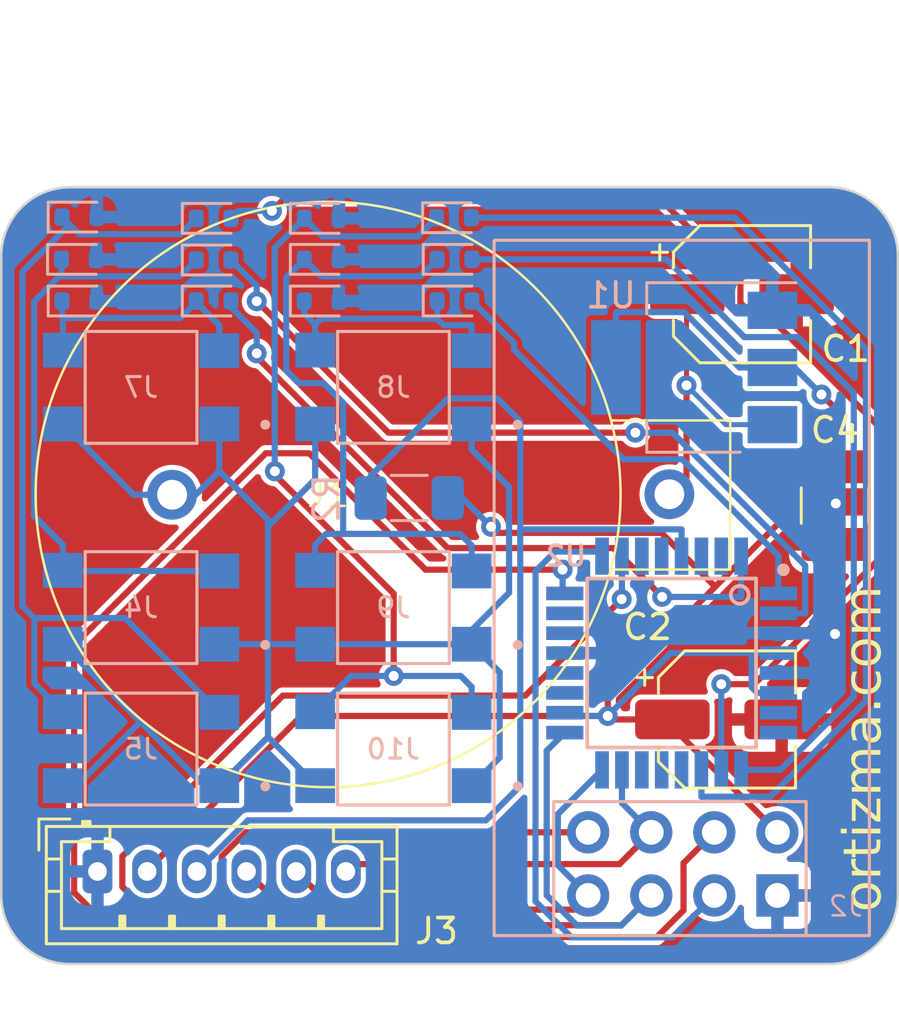
<source format=kicad_pcb>
(kicad_pcb (version 20221018) (generator pcbnew)
  (title_block (title "GarageRemote Lite") (date "2023-09-04") (rev "1.1.0") (company "ortizma.com") (comment 1 "Compact, low power garage remote based on the CC1101 transceiver"))
  (layers (0 "F.Cu" signal) (31 "B.Cu" signal) (34 "B.Paste" user) (35 "F.Paste" user) (36 "B.SilkS" user "B.Silkscreen") (37 "F.SilkS" user "F.Silkscreen") (38 "B.Mask" user) (39 "F.Mask" user) (44 "Edge.Cuts" user))
  (net 0 "")
  (net 1 "GND")
  (net 2 "+3.3V")
  (net 3 "MOSI")
  (net 4 "MISO")
  (net 5 "SCK")
  (net 6 "RESET")
  (net 7 "VBAT+")
  (net 8 "Net-(D1-K)")
  (net 9 "Net-(D3-K)")
  (net 10 "Net-(D5-K)")
  (net 11 "Net-(D7-K)")
  (net 12 "Net-(D10-K)")
  (net 13 "Net-(D11-K)")
  (net 14 "RF_DATA0")
  (net 15 "CSN_CC1101")
  (net 16 "RF_DATA2")
  (net 17 "VBAT-")
  (net 23 "B22")
  (net 24 "B11")
  (net 25 "B21")
  (net 26 "B31")
  (net 27 "B12")
  (net 28 "B32")
  (footprint "Capacitor_SMD:CP_Elec_5x5.9" (layer "F.Cu") (at 162.625 73.75)
    (fp_text reference "C1" (at 4.175 2.2 unlocked) (layer "F.SilkS"))
    (fp_text value "10uF" hide)
    (pad "1" smd roundrect (at -2.2 0) (size 3 1.6) (layers "F.Cu" "F.Paste" "F.Mask") (roundrect_rratio 0.15625) (net 7 "VBAT+"))
    (pad "2" smd roundrect (at 2.2 0) (size 3 1.6) (layers "F.Cu" "F.Paste" "F.Mask") (roundrect_rratio 0.15625) (net 1 "GND"))
  )
  (footprint "Capacitor_SMD:CP_Elec_5x5.9" (layer "F.Cu") (at 162.02 90.86)
    (fp_text reference "C2" (at -3.2 -3.72 unlocked) (layer "F.SilkS"))
    (fp_text value "10uF" hide)
    (pad "1" smd roundrect (at -2.2 0) (size 3 1.6) (layers "F.Cu" "F.Paste" "F.Mask") (roundrect_rratio 0.15625) (net 2 "+3.3V"))
    (pad "2" smd roundrect (at 2.2 0) (size 3 1.6) (layers "F.Cu" "F.Paste" "F.Mask") (roundrect_rratio 0.15625) (net 1 "GND"))
  )
  (footprint "AA_Footprints:BS-2032-3" (layer "F.Cu") (at 148.48 81.81)
    (fp_text reference "J1" (at -2.52 0 unlocked) (layer "F.SilkS") (effects (font (thickness 0.1))))
    (fp_text value "Battery" hide)
    (pad "1" thru_hole circle (at 11.22 -0.01) (size 2 2) (drill 1.2) (layers "*.Cu" "*.Mask") (net 7 "VBAT+"))
    (pad "2" thru_hole circle (at -8.8 0.01) (size 2 2) (drill 1.2) (layers "*.Cu" "*.Mask") (net 17 "VBAT-"))
  )
  (footprint "Capacitor_SMD:C_1210_3225Metric_Pad1.33x2.70mm_HandSolder" (layer "F.Cu") (at 166.37 82.2575 90)
    (fp_text reference "C4" (at 3.0375 0 unlocked) (layer "F.SilkS"))
    (fp_text value "100nF" hide)
    (pad "1" smd roundrect (at -1.5625 0 90) (size 1.325 2.7) (layers "F.Cu" "F.Paste" "F.Mask") (roundrect_rratio 0.1886792453) (net 1 "GND"))
    (pad "2" smd roundrect (at 1.5625 0 90) (size 1.325 2.7) (layers "F.Cu" "F.Paste" "F.Mask") (roundrect_rratio 0.1886792453) (net 2 "+3.3V"))
  )
  (footprint "Connector_JST:JST_PH_B6B-PH-K_1x06_P2.00mm_Vertical" (layer "F.Cu") (at 136.675 96.975)
    (fp_text reference "J3" (at 13.65 2.4 unlocked) (layer "F.SilkS"))
    (fp_text value "ICSP")
    (pad "1" thru_hole roundrect (at 0 0) (size 1.2 1.75) (drill 0.75) (layers "*.Cu" "*.Mask") (roundrect_rratio 0.2083333333) (net 1 "GND"))
    (pad "2" thru_hole oval (at 2 0) (size 1.2 1.75) (drill 0.75) (layers "*.Cu" "*.Mask") (net 2 "+3.3V"))
    (pad "3" thru_hole oval (at 4 0) (size 1.2 1.75) (drill 0.75) (layers "*.Cu" "*.Mask") (net 6 "RESET"))
    (pad "4" thru_hole oval (at 6 0) (size 1.2 1.75) (drill 0.75) (layers "*.Cu" "*.Mask") (net 5 "SCK"))
    (pad "5" thru_hole oval (at 8 0) (size 1.2 1.75) (drill 0.75) (layers "*.Cu" "*.Mask") (net 4 "MISO"))
    (pad "6" thru_hole oval (at 10 0) (size 1.2 1.75) (drill 0.75) (layers "*.Cu" "*.Mask") (net 3 "MOSI"))
  )
  (footprint "AA_Footprints:4.5mm switch" (layer "B.Cu") (at 138.43 86.36 180)
    (fp_text reference "J4" (at 0 0 unlocked) (layer "B.SilkS") (effects (font (size 0.8 0.8) (thickness 0.125)) (justify mirror)))
    (fp_text value "Button21" hide)
    (pad "1" smd rect (at -3.1496 1.4732 180) (size 1.6 1.4) (layers "B.Cu" "B.Paste" "B.Mask") (net 10 "Net-(D5-K)"))
    (pad "1" smd rect (at 3.1496 1.5 180) (size 1.6 1.4) (layers "B.Cu" "B.Paste" "B.Mask") (net 10 "Net-(D5-K)"))
    (pad "2" smd rect (at -3.1496 -1.4732 180) (size 1.6 1.4) (layers "B.Cu" "B.Paste" "B.Mask") (net 17 "VBAT-"))
    (pad "2" smd rect (at 3.1496 -1.4732 180) (size 1.6 1.4) (layers "B.Cu" "B.Paste" "B.Mask") (net 17 "VBAT-"))
  )
  (footprint "Diode_SMD:D_SOD-523" (layer "B.Cu") (at 135.95 70.65)
    (fp_text reference "D10" hide)
    (fp_text value "1N5819" hide)
    (pad "1" smd roundrect (at -0.7 0 180) (size 0.6 0.7) (layers "B.Cu" "B.Paste" "B.Mask") (net 12 "Net-(D10-K)"))
    (pad "2" smd roundrect (at 0.7 0 180) (size 0.6 0.7) (layers "B.Cu" "B.Paste" "B.Mask") (net 1 "GND"))
  )
  (footprint "Diode_SMD:D_SOD-523" (layer "B.Cu") (at 151.05 74.025)
    (fp_text reference "D3" hide)
    (fp_text value "1N4007" hide)
    (pad "1" smd roundrect (at -0.7 0 180) (size 0.6 0.7) (layers "B.Cu" "B.Paste" "B.Mask") (net 9 "Net-(D3-K)"))
    (pad "2" smd roundrect (at 0.7 0 180) (size 0.6 0.7) (layers "B.Cu" "B.Paste" "B.Mask") (net 27 "B12"))
  )
  (footprint "Diode_SMD:D_SOD-523" (layer "B.Cu") (at 141.35 74.025)
    (fp_text reference "D1" hide)
    (fp_text value "1N4007" hide)
    (pad "1" smd roundrect (at -0.7 0 180) (size 0.6 0.7) (layers "B.Cu" "B.Paste" "B.Mask") (net 8 "Net-(D1-K)"))
    (pad "2" smd roundrect (at 0.7 0 180) (size 0.6 0.7) (layers "B.Cu" "B.Paste" "B.Mask") (net 24 "B11"))
  )
  (footprint "Diode_SMD:D_SOD-523" (layer "B.Cu") (at 151.05 72.35)
    (fp_text reference "D7" hide)
    (fp_text value "1N4007" hide)
    (pad "1" smd roundrect (at -0.7 0 180) (size 0.6 0.7) (layers "B.Cu" "B.Paste" "B.Mask") (net 11 "Net-(D7-K)"))
    (pad "2" smd roundrect (at 0.7 0 180) (size 0.6 0.7) (layers "B.Cu" "B.Paste" "B.Mask") (net 23 "B22"))
  )
  (footprint "AA_Footprints:PE07-M1101D-SMA" (layer "B.Cu") (at 160.23 88.71 90)
    (fp_text reference "J2" (at -9.665 6.57 unlocked) (layer "B.SilkS") (effects (font (size 0.8 0.8) (thickness 0.1)) (justify mirror)))
    (fp_text value "CC1101 Module" hide)
    (pad "1" thru_hole rect (at -9.23 3.82 90) (size 1.7 1.7) (drill 1) (layers "*.Cu" "*.Mask") (net 1 "GND"))
    (pad "2" thru_hole oval (at -6.69 3.82 90) (size 1.7 1.7) (drill 1) (layers "*.Cu" "*.Mask") (net 2 "+3.3V"))
    (pad "3" thru_hole oval (at -9.23 1.28 90) (size 1.7 1.7) (drill 1) (layers "*.Cu" "*.Mask") (net 14 "RF_DATA0"))
    (pad "4" thru_hole oval (at -6.69 1.28 90) (size 1.7 1.7) (drill 1) (layers "*.Cu" "*.Mask") (net 15 "CSN_CC1101"))
    (pad "5" thru_hole oval (at -9.23 -1.26 90) (size 1.7 1.7) (drill 1) (layers "*.Cu" "*.Mask") (net 5 "SCK"))
    (pad "6" thru_hole oval (at -6.69 -1.26 90) (size 1.7 1.7) (drill 1) (layers "*.Cu" "*.Mask") (net 3 "MOSI"))
    (pad "7" thru_hole oval (at -9.23 -3.8 90) (size 1.7 1.7) (drill 1) (layers "*.Cu" "*.Mask") (net 4 "MISO"))
    (pad "8" thru_hole oval (at -6.69 -3.8 90) (size 1.7 1.7) (drill 1) (layers "*.Cu" "*.Mask") (net 16 "RF_DATA2"))
  )
  (footprint "Diode_SMD:D_SOD-523" (layer "B.Cu") (at 141.35 70.7)
    (fp_text reference "D9" hide)
    (fp_text value "1N4007" hide)
    (pad "1" smd roundrect (at -0.7 0 180) (size 0.6 0.7) (layers "B.Cu" "B.Paste" "B.Mask") (net 12 "Net-(D10-K)"))
    (pad "2" smd roundrect (at 0.7 0 180) (size 0.6 0.7) (layers "B.Cu" "B.Paste" "B.Mask") (net 26 "B31"))
  )
  (footprint "AA_Footprints:4.5mm switch" (layer "B.Cu") (at 138.43 92.05 180)
    (fp_text reference "J5" (at 0.005 0 unlocked) (layer "B.SilkS") (effects (font (size 0.8 0.8) (thickness 0.125)) (justify mirror)))
    (fp_text value "Button31" hide)
    (pad "1" smd rect (at -3.1496 1.4732 180) (size 1.6 1.4) (layers "B.Cu" "B.Paste" "B.Mask") (net 12 "Net-(D10-K)"))
    (pad "1" smd rect (at 3.1496 1.5 180) (size 1.6 1.4) (layers "B.Cu" "B.Paste" "B.Mask") (net 12 "Net-(D10-K)"))
    (pad "2" smd rect (at -3.1496 -1.4732 180) (size 1.6 1.4) (layers "B.Cu" "B.Paste" "B.Mask") (net 17 "VBAT-"))
    (pad "2" smd rect (at 3.1496 -1.4732 180) (size 1.6 1.4) (layers "B.Cu" "B.Paste" "B.Mask") (net 17 "VBAT-"))
  )
  (footprint "Diode_SMD:D_SOD-523" (layer "B.Cu") (at 141.35 72.375)
    (fp_text reference "D5" hide)
    (fp_text value "1N4007" hide)
    (pad "1" smd roundrect (at -0.7 0 180) (size 0.6 0.7) (layers "B.Cu" "B.Paste" "B.Mask") (net 10 "Net-(D5-K)"))
    (pad "2" smd roundrect (at 0.7 0 180) (size 0.6 0.7) (layers "B.Cu" "B.Paste" "B.Mask") (net 25 "B21"))
  )
  (footprint "AA_Footprints:4.5mm switch" (layer "B.Cu") (at 148.59 77.5 180)
    (fp_text reference "J8" (at 0 0 unlocked) (layer "B.SilkS") (effects (font (size 0.8 0.8) (thickness 0.125)) (justify mirror)))
    (fp_text value "Button12" hide)
    (pad "1" smd rect (at -3.1496 1.4732 180) (size 1.6 1.4) (layers "B.Cu" "B.Paste" "B.Mask") (net 9 "Net-(D3-K)"))
    (pad "1" smd rect (at 3.1496 1.5 180) (size 1.6 1.4) (layers "B.Cu" "B.Paste" "B.Mask") (net 9 "Net-(D3-K)"))
    (pad "2" smd rect (at -3.1496 -1.4732 180) (size 1.6 1.4) (layers "B.Cu" "B.Paste" "B.Mask") (net 17 "VBAT-"))
    (pad "2" smd rect (at 3.1496 -1.4732 180) (size 1.6 1.4) (layers "B.Cu" "B.Paste" "B.Mask") (net 17 "VBAT-"))
  )
  (footprint "AA_Footprints:4.5mm switch" (layer "B.Cu") (at 138.43 77.5 180)
    (fp_text reference "J7" (at 0 0 unlocked) (layer "B.SilkS") (effects (font (size 0.8 0.8) (thickness 0.125)) (justify mirror)))
    (fp_text value "Button11" hide)
    (pad "1" smd rect (at -3.1496 1.4732 180) (size 1.6 1.4) (layers "B.Cu" "B.Paste" "B.Mask") (net 8 "Net-(D1-K)"))
    (pad "1" smd rect (at 3.1496 1.5 180) (size 1.6 1.4) (layers "B.Cu" "B.Paste" "B.Mask") (net 8 "Net-(D1-K)"))
    (pad "2" smd rect (at -3.1496 -1.4732 180) (size 1.6 1.4) (layers "B.Cu" "B.Paste" "B.Mask") (net 17 "VBAT-"))
    (pad "2" smd rect (at 3.1496 -1.4732 180) (size 1.6 1.4) (layers "B.Cu" "B.Paste" "B.Mask") (net 17 "VBAT-"))
  )
  (footprint "Diode_SMD:D_SOD-523" (layer "B.Cu") (at 135.95 74.025)
    (fp_text reference "D2" hide)
    (fp_text value "1N5819" hide)
    (pad "1" smd roundrect (at -0.7 0 180) (size 0.6 0.7) (layers "B.Cu" "B.Paste" "B.Mask") (net 8 "Net-(D1-K)"))
    (pad "2" smd roundrect (at 0.7 0 180) (size 0.6 0.7) (layers "B.Cu" "B.Paste" "B.Mask") (net 1 "GND"))
  )
  (footprint "Package_TO_SOT_SMD:SOT-223-3_TabPin2" (layer "B.Cu") (at 160.7 76.7 180)
    (fp_text reference "U1" (at 3.35 2.9 unlocked) (layer "B.SilkS") (effects (justify mirror)))
    (fp_text value "AMS1117-3.3" hide)
    (pad "1" smd rect (at -3.15 2.3 180) (size 2 1.5) (layers "B.Cu" "B.Paste" "B.Mask") (net 1 "GND"))
    (pad "2" smd rect (at -3.15 0 180) (size 2 1.5) (layers "B.Cu" "B.Paste" "B.Mask") (net 2 "+3.3V"))
    (pad "2" smd rect (at 3.15 0 180) (size 2 3.8) (layers "B.Cu" "B.Paste" "B.Mask") (net 2 "+3.3V"))
    (pad "3" smd rect (at -3.15 -2.3 180) (size 2 1.5) (layers "B.Cu" "B.Paste" "B.Mask") (net 7 "VBAT+"))
  )
  (footprint "Diode_SMD:D_SOD-523" (layer "B.Cu") (at 135.925 72.35)
    (fp_text reference "D6" hide)
    (fp_text value "1N5819" hide)
    (pad "1" smd roundrect (at -0.7 0 180) (size 0.6 0.7) (layers "B.Cu" "B.Paste" "B.Mask") (net 10 "Net-(D5-K)"))
    (pad "2" smd roundrect (at 0.7 0 180) (size 0.6 0.7) (layers "B.Cu" "B.Paste" "B.Mask") (net 1 "GND"))
  )
  (footprint "Diode_SMD:D_SOD-523" (layer "B.Cu") (at 145.7 74.025)
    (fp_text reference "D4" hide)
    (fp_text value "1N5819" hide)
    (pad "1" smd roundrect (at -0.7 0 180) (size 0.6 0.7) (layers "B.Cu" "B.Paste" "B.Mask") (net 9 "Net-(D3-K)"))
    (pad "2" smd roundrect (at 0.7 0 180) (size 0.6 0.7) (layers "B.Cu" "B.Paste" "B.Mask") (net 1 "GND"))
  )
  (footprint "AA_Footprints:4.5mm switch" (layer "B.Cu") (at 148.59 92.05 180)
    (fp_text reference "J10" (at 0 0 unlocked) (layer "B.SilkS") (effects (font (size 0.8 0.8) (thickness 0.125)) (justify mirror)))
    (fp_text value "Button32" hide)
    (pad "1" smd rect (at -3.1496 1.4732 180) (size 1.6 1.4) (layers "B.Cu" "B.Paste" "B.Mask") (net 13 "Net-(D11-K)"))
    (pad "1" smd rect (at 3.1496 1.5 180) (size 1.6 1.4) (layers "B.Cu" "B.Paste" "B.Mask") (net 13 "Net-(D11-K)"))
    (pad "2" smd rect (at -3.1496 -1.4732 180) (size 1.6 1.4) (layers "B.Cu" "B.Paste" "B.Mask") (net 17 "VBAT-"))
    (pad "2" smd rect (at 3.1496 -1.4732 180) (size 1.6 1.4) (layers "B.Cu" "B.Paste" "B.Mask") (net 17 "VBAT-"))
  )
  (footprint "AA_Footprints:Atmega328p-TQFP" (layer "B.Cu") (at 159.79 88.59 180)
    (fp_text reference "U2" (at 4.25 4.3 unlocked) (layer "B.SilkS") (effects (font (size 0.8 0.8)) (justify mirror)))
    (fp_text value "ATmega328P-A")
    (pad "1" smd rect (at -4.3 2.8 180) (size 1.5 0.55) (layers "B.Cu" "B.Paste" "B.Mask") (net 27 "B12"))
    (pad "2" smd rect (at -4.3 2 180) (size 1.5 0.55) (layers "B.Cu" "B.Paste" "B.Mask") (net 25 "B21"))
    (pad "3" smd rect (at -4.3 1.2 180) (size 1.5 0.55) (layers "B.Cu" "B.Paste" "B.Mask") (net 1 "GND"))
    (pad "4" smd rect (at -4.3 0.4 180) (size 1.5 0.55) (layers "B.Cu" "B.Paste" "B.Mask") (net 2 "+3.3V"))
    (pad "5" smd rect (at -4.3 -0.4 180) (size 1.5 0.55) (layers "B.Cu" "B.Paste" "B.Mask") (net 1 "GND"))
    (pad "6" smd rect (at -4.3 -1.2 180) (size 1.5 0.55) (layers "B.Cu" "B.Paste" "B.Mask") (net 2 "+3.3V"))
    (pad "7" smd rect (at -4.3 -2 180) (size 1.5 0.55) (layers "B.Cu" "B.Paste" "B.Mask"))
    (pad "8" smd rect (at -4.3 -2.8 180) (size 1.5 0.55) (layers "B.Cu" "B.Paste" "B.Mask"))
    (pad "9" smd rect (at -2.8 -4.3 180) (size 0.55 1.5) (layers "B.Cu" "B.Paste" "B.Mask") (net 23 "B22"))
    (pad "10" smd rect (at -2 -4.3 180) (size 0.55 1.5) (layers "B.Cu" "B.Paste" "B.Mask") (net 26 "B31"))
    (pad "11" smd rect (at -1.2 -4.3 180) (size 0.55 1.5) (layers "B.Cu" "B.Paste" "B.Mask") (net 28 "B32"))
    (pad "12" smd rect (at -0.4 -4.3 180) (size 0.55 1.5) (layers "B.Cu" "B.Paste" "B.Mask"))
    (pad "13" smd rect (at 0.4 -4.3 180) (size 0.55 1.5) (layers "B.Cu" "B.Paste" "B.Mask"))
    (pad "14" smd rect (at 1.2 -4.3 180) (size 0.55 1.5) (layers "B.Cu" "B.Paste" "B.Mask"))
    (pad "15" smd rect (at 2 -4.3 180) (size 0.55 1.5) (layers "B.Cu" "B.Paste" "B.Mask") (net 3 "MOSI"))
    (pad "16" smd rect (at 2.8 -4.3 180) (size 0.55 1.5) (layers "B.Cu" "B.Paste" "B.Mask") (net 4 "MISO"))
    (pad "17" smd rect (at 4.3 -2.8 180) (size 1.5 0.55) (layers "B.Cu" "B.Paste" "B.Mask") (net 5 "SCK"))
    (pad "18" smd rect (at 4.3 -2 180) (size 1.5 0.55) (layers "B.Cu" "B.Paste" "B.Mask") (net 2 "+3.3V"))
    (pad "19" smd rect (at 4.3 -1.2 180) (size 1.5 0.55) (layers "B.Cu" "B.Paste" "B.Mask"))
    (pad "20" smd rect (at 4.3 -0.4 180) (size 1.5 0.55) (layers "B.Cu" "B.Paste" "B.Mask"))
    (pad "21" smd rect (at 4.3 0.4 180) (size 1.5 0.55) (layers "B.Cu" "B.Paste" "B.Mask") (net 1 "GND"))
    (pad "22" smd rect (at 4.3 1.2 180) (size 1.5 0.55) (layers "B.Cu" "B.Paste" "B.Mask"))
    (pad "23" smd rect (at 4.3 2 180) (size 1.5 0.55) (layers "B.Cu" "B.Paste" "B.Mask"))
    (pad "24" smd rect (at 4.3 2.8 180) (size 1.5 0.55) (layers "B.Cu" "B.Paste" "B.Mask") (net 15 "CSN_CC1101"))
    (pad "25" smd rect (at 2.8 4.3 180) (size 0.55 1.5) (layers "B.Cu" "B.Paste" "B.Mask") (net 14 "RF_DATA0"))
    (pad "26" smd rect (at 2 4.3 180) (size 0.55 1.5) (layers "B.Cu" "B.Paste" "B.Mask") (net 16 "RF_DATA2"))
    (pad "27" smd rect (at 1.2 4.3 180) (size 0.55 1.5) (layers "B.Cu" "B.Paste" "B.Mask"))
    (pad "28" smd rect (at 0.4 4.3 180) (size 0.55 1.5) (layers "B.Cu" "B.Paste" "B.Mask"))
    (pad "29" smd rect (at -0.4 4.3 180) (size 0.55 1.5) (layers "B.Cu" "B.Paste" "B.Mask") (net 6 "RESET"))
    (pad "30" smd rect (at -1.2 4.3 180) (size 0.55 1.5) (layers "B.Cu" "B.Paste" "B.Mask"))
    (pad "31" smd rect (at -2 4.3 180) (size 0.55 1.5) (layers "B.Cu" "B.Paste" "B.Mask"))
    (pad "32" smd rect (at -2.8 4.3 180) (size 0.55 1.5) (layers "B.Cu" "B.Paste" "B.Mask") (net 24 "B11"))
  )
  (footprint "Diode_SMD:D_SOD-523" (layer "B.Cu") (at 145.7 70.7)
    (fp_text reference "D12" hide)
    (fp_text value "1N5819" hide)
    (pad "1" smd roundrect (at -0.7 0 180) (size 0.6 0.7) (layers "B.Cu" "B.Paste" "B.Mask") (net 13 "Net-(D11-K)"))
    (pad "2" smd roundrect (at 0.7 0 180) (size 0.6 0.7) (layers "B.Cu" "B.Paste" "B.Mask") (net 1 "GND"))
  )
  (footprint "Diode_SMD:D_SOD-523" (layer "B.Cu") (at 151.025 70.675)
    (fp_text reference "D11" hide)
    (fp_text value "1N4007" hide)
    (pad "1" smd roundrect (at -0.7 0 180) (size 0.6 0.7) (layers "B.Cu" "B.Paste" "B.Mask") (net 13 "Net-(D11-K)"))
    (pad "2" smd roundrect (at 0.7 0 180) (size 0.6 0.7) (layers "B.Cu" "B.Paste" "B.Mask") (net 28 "B32"))
  )
  (footprint "AA_Footprints:4.5mm switch" (layer "B.Cu") (at 148.59 86.36 180)
    (fp_text reference "J9" (at 0 0 unlocked) (layer "B.SilkS") (effects (font (size 0.8 0.8) (thickness 0.125)) (justify mirror)))
    (fp_text value "Button22" hide)
    (pad "1" smd rect (at -3.1496 1.4732 180) (size 1.6 1.4) (layers "B.Cu" "B.Paste" "B.Mask") (net 11 "Net-(D7-K)"))
    (pad "1" smd rect (at 3.1496 1.5 180) (size 1.6 1.4) (layers "B.Cu" "B.Paste" "B.Mask") (net 11 "Net-(D7-K)"))
    (pad "2" smd rect (at -3.1496 -1.4732 180) (size 1.6 1.4) (layers "B.Cu" "B.Paste" "B.Mask") (net 17 "VBAT-"))
    (pad "2" smd rect (at 3.1496 -1.4732 180) (size 1.6 1.4) (layers "B.Cu" "B.Paste" "B.Mask") (net 17 "VBAT-"))
  )
  (footprint "Resistor_SMD:R_1206_3216Metric_Pad1.30x1.75mm_HandSolder" (layer "B.Cu") (at 149.225 81.95 180)
    (fp_text reference "R2" (at 3.325 -0.025 90 unlocked) (layer "B.SilkS") (effects (justify mirror)))
    (fp_text value "10K" hide)
    (pad "1" smd roundrect (at -1.55 0 180) (size 1.3 1.75) (layers "B.Cu" "B.Paste" "B.Mask") (roundrect_rratio 0.1923076923) (net 2 "+3.3V"))
    (pad "2" smd roundrect (at 1.55 0 180) (size 1.3 1.75) (layers "B.Cu" "B.Paste" "B.Mask") (roundrect_rratio 0.1923076923) (net 6 "RESET"))
  )
  (footprint "Diode_SMD:D_SOD-523" (layer "B.Cu") (at 145.7 72.35)
    (fp_text reference "D8" hide)
    (fp_text value "1N5819" hide)
    (pad "1" smd roundrect (at -0.7 0 180) (size 0.6 0.7) (layers "B.Cu" "B.Paste" "B.Mask") (net 11 "Net-(D7-K)"))
    (pad "2" smd roundrect (at 0.7 0 180) (size 0.6 0.7) (layers "B.Cu" "B.Paste" "B.Mask") (net 1 "GND"))
  )
  (gr_arc (start 168.9 97.925) (mid 168.087221 99.887221) (end 166.125 100.7) (stroke (width 0.1)) (layer "Edge.Cuts"))
  (gr_arc (start 132.8 72.225) (mid 133.612779 70.262779) (end 135.575 69.45) (stroke (width 0.1)) (layer "Edge.Cuts"))
  (gr_arc (start 135.575 100.7) (mid 133.612779 99.887221) (end 132.8 97.925) (stroke (width 0.1)) (layer "Edge.Cuts"))
  (gr_line (start 132.8 97.925) (end 132.8 72.225) (stroke (width 0.1)) (layer "Edge.Cuts"))
  (gr_line (start 168.9 72.225) (end 168.9 97.925) (stroke (width 0.1)) (layer "Edge.Cuts"))
  (gr_line (start 135.575 69.45) (end 166.125 69.45) (stroke (width 0.1)) (layer "Edge.Cuts"))
  (gr_line (start 166.125 100.7) (end 135.575 100.7) (stroke (width 0.1)) (layer "Edge.Cuts"))
  (gr_arc (start 166.125 69.45) (mid 168.087221 70.262779) (end 168.9 72.225) (stroke (width 0.1)) (layer "Edge.Cuts"))
  (gr_text "ortizma.com" (at 168.45 98.61 90) (layer "F.SilkS") (effects (font (size 1.5 1.5) (thickness 0.1)) (justify left bottom)))
  (via (at 166.37 87.42) (size 0.8) (drill 0.4) (layers "F.Cu" "B.Cu") (net 1))
  (via (at 166.4003 82.17) (size 0.8) (drill 0.4) (layers "F.Cu" "B.Cu") (net 1))
  (segment (start 157.22 90.72) (end 157.22 89.845) (width 0.25) (layer "F.Cu") (net 2))
  (segment (start 159.82 90.86) (end 159.0669 90.86) (width 0.25) (layer "F.Cu") (net 2))
  (segment (start 159.3798 83.3542) (end 152.7656 83.3542) (width 0.25) (layer "F.Cu") (net 2))
  (segment (start 166.37 78.333698) (end 166.37 80.695) (width 0.25) (layer "F.Cu") (net 2))
  (segment (start 157.22 90.72) (end 157.36 90.86) (width 0.25) (layer "F.Cu") (net 2))
  (segment (start 157.22 89.845) (end 161.5453 85.5197) (width 0.25) (layer "F.Cu") (net 2))
  (segment (start 152.7656 83.3542) (end 152.5194 83.108) (width 0.25) (layer "F.Cu") (net 2))
  (segment (start 157.36 90.86) (end 159.0669 90.86) (width 0.25) (layer "F.Cu") (net 2))
  (segment (start 157.22 90.72) (end 144.88 90.72) (width 0.25) (layer "F.Cu") (net 2))
  (segment (start 138.675 96.925) (end 138.675 96.975) (width 0.25) (layer "F.Cu") (net 2))
  (segment (start 161.5453 85.5197) (end 159.3798 83.3542) (width 0.25) (layer "F.Cu") (net 2))
  (segment (start 144.88 90.72) (end 138.675 96.925) (width 0.25) (layer "F.Cu") (net 2))
  (segment (start 161.5453 85.5197) (end 166.37 80.695) (width 0.25) (layer "F.Cu") (net 2))
  (segment (start 159.0669 90.86) (end 159.51 90.86) (width 0.25) (layer "F.Cu") (net 2))
  (segment (start 159.51 90.86) (end 164.05 95.4) (width 0.25) (layer "F.Cu") (net 2))
  (segment (start 165.823151 77.786849) (end 166.37 78.333698) (width 0.25) (layer "F.Cu") (net 2))
  (via (at 152.5194 83.108) (size 0.8) (drill 0.4) (layers "F.Cu" "B.Cu") (net 2))
  (via (at 165.823151 77.786849) (size 0.8) (drill 0.4) (layers "F.Cu" "B.Cu") (net 2))
  (via (at 157.22 90.72) (size 0.8) (drill 0.4) (layers "F.Cu" "B.Cu") (net 2))
  (segment (start 163.09 88.19) (end 163.01 88.27) (width 0.25) (layer "B.Cu") (net 2))
  (segment (start 164.09 88.19) (end 163.09 88.19) (width 0.25) (layer "B.Cu") (net 2))
  (segment (start 163.85 76.7) (end 162.5231 76.7) (width 0.25) (layer "B.Cu") (net 2))
  (segment (start 151.3614 81.95) (end 152.5194 83.108) (width 0.25) (layer "B.Cu") (net 2))
  (segment (start 150.775 81.95) (end 151.3614 81.95) (width 0.25) (layer "B.Cu") (net 2))
  (segment (start 163.24 89.79) (end 164.09 89.79) (width 0.25) (layer "B.Cu") (net 2))
  (segment (start 157.55 74.4731) (end 160.2962 74.4731) (width 0.25) (layer "B.Cu") (net 2))
  (segment (start 157.22 90.72) (end 155.62 90.72) (width 0.25) (layer "B.Cu") (net 2))
  (segment (start 164.736302 76.7) (end 163.85 76.7) (width 0.25) (layer "B.Cu") (net 2))
  (segment (start 160.2962 74.4731) (end 162.5231 76.7) (width 0.25) (layer "B.Cu") (net 2))
  (segment (start 163.01 88.27) (end 163.01 89.56) (width 0.25) (layer "B.Cu") (net 2))
  (segment (start 157.22 90.72) (end 159.75 88.19) (width 0.25) (layer "B.Cu") (net 2))
  (segment (start 155.62 90.72) (end 155.49 90.59) (width 0.25) (layer "B.Cu") (net 2))
  (segment (start 163.01 89.56) (end 163.24 89.79) (width 0.25) (layer "B.Cu") (net 2))
  (segment (start 165.823151 77.786849) (end 164.736302 76.7) (width 0.25) (layer "B.Cu") (net 2))
  (segment (start 159.75 88.19) (end 163.09 88.19) (width 0.25) (layer "B.Cu") (net 2))
  (segment (start 163.09 88.19) (end 164.09 88.19) (width 0.25) (layer "B.Cu") (net 2))
  (segment (start 157.55 76.7) (end 157.55 74.4731) (width 0.25) (layer "B.Cu") (net 2))
  (segment (start 146.97 96.68) (end 146.675 96.975) (width 0.25) (layer "F.Cu") (net 3))
  (segment (start 158.97 95.4) (end 157.69 96.68) (width 0.25) (layer "F.Cu") (net 3))
  (segment (start 157.69 96.68) (end 146.97 96.68) (width 0.25) (layer "F.Cu") (net 3))
  (segment (start 157.79 94.22) (end 158.97 95.4) (width 0.25) (layer "B.Cu") (net 3))
  (segment (start 157.79 92.89) (end 157.79 94.22) (width 0.25) (layer "B.Cu") (net 3))
  (segment (start 155.86 98.51) (end 146.21 98.51) (width 0.25) (layer "F.Cu") (net 4))
  (segment (start 146.21 98.51) (end 144.675 96.975) (width 0.25) (layer "F.Cu") (net 4))
  (segment (start 156.43 97.94) (end 155.86 98.51) (width 0.25) (layer "F.Cu") (net 4))
  (segment (start 155.21 96.72) (end 156.43 97.94) (width 0.25) (layer "B.Cu") (net 4))
  (segment (start 155.21 94.67) (end 155.21 96.72) (width 0.25) (layer "B.Cu") (net 4))
  (segment (start 156.99 92.89) (end 155.21 94.67) (width 0.25) (layer "B.Cu") (net 4))
  (segment (start 144.8381 99.1381) (end 142.675 96.975) (width 0.25) (layer "F.Cu") (net 5))
  (segment (start 157.7719 99.1381) (end 144.8381 99.1381) (width 0.25) (layer "F.Cu") (net 5))
  (segment (start 158.97 97.94) (end 157.7719 99.1381) (width 0.25) (layer "F.Cu") (net 5))
  (segment (start 158.97 97.94) (end 157.7585 99.1515) (width 0.25) (layer "B.Cu") (net 5))
  (segment (start 154.76 92.12) (end 155.49 91.39) (width 0.25) (layer "B.Cu") (net 5))
  (segment (start 154.76 97.931701) (end 154.76 92.12) (width 0.25) (layer "B.Cu") (net 5))
  (segment (start 155.979799 99.1515) (end 154.76 97.931701) (width 0.25) (layer "B.Cu") (net 5))
  (segment (start 157.7585 99.1515) (end 155.979799 99.1515) (width 0.25) (layer "B.Cu") (net 5))
  (segment (start 150.7849 77.9463) (end 147.675 81.0562) (width 0.25) (layer "B.Cu") (net 6))
  (segment (start 160.19 83.2131) (end 153.6982 83.2131) (width 0.25) (layer "B.Cu") (net 6))
  (segment (start 142.73 94.92) (end 152.3102 94.92) (width 0.25) (layer "B.Cu") (net 6))
  (segment (start 160.19 84.29) (end 160.19 83.2131) (width 0.25) (layer "B.Cu") (net 6))
  (segment (start 152.7815 77.9463) (end 150.7849 77.9463) (width 0.25) (layer "B.Cu") (net 6))
  (segment (start 140.675 96.975) (end 142.73 94.92) (width 0.25) (layer "B.Cu") (net 6))
  (segment (start 153.6982 78.863) (end 152.7815 77.9463) (width 0.25) (layer "B.Cu") (net 6))
  (segment (start 147.675 81.0562) (end 147.675 81.95) (width 0.25) (layer "B.Cu") (net 6))
  (segment (start 152.3102 94.92) (end 153.6982 93.532) (width 0.25) (layer "B.Cu") (net 6))
  (segment (start 153.6982 93.532) (end 153.6982 83.2131) (width 0.25) (layer "B.Cu") (net 6))
  (segment (start 153.6982 83.2131) (end 153.6982 78.863) (width 0.25) (layer "B.Cu") (net 6))
  (segment (start 160.39 77.42) (end 160.39 73.785) (width 0.2) (layer "F.Cu") (net 7))
  (segment (start 160.39 81.11) (end 160.39 77.42) (width 0.25) (layer "F.Cu") (net 7))
  (segment (start 160.39 73.785) (end 160.425 73.75) (width 0.2) (layer "F.Cu") (net 7))
  (segment (start 159.7 81.8) (end 160.39 81.11) (width 0.25) (layer "F.Cu") (net 7))
  (via (at 160.39 77.42) (size 0.8) (drill 0.4) (layers "F.Cu" "B.Cu") (net 7))
  (segment (start 161.97 79) (end 160.39 77.42) (width 0.2) (layer "B.Cu") (net 7))
  (segment (start 163.85 79) (end 161.97 79) (width 0.2) (layer "B.Cu") (net 7))
  (segment (start 135.25 74.025) (end 135.25 74.6788) (width 0.25) (layer "B.Cu") (net 8))
  (segment (start 140.65 74.0703) (end 141.5796 74.9999) (width 0.25) (layer "B.Cu") (net 8))
  (segment (start 141.5796 76.0268) (end 141.5796 74.9999) (width 0.25) (layer "B.Cu") (net 8))
  (segment (start 140.0111 74.7092) (end 140.65 74.0703) (width 0.25) (layer "B.Cu") (net 8))
  (segment (start 135.2804 76) (end 135.2804 74.9731) (width 0.25) (layer "B.Cu") (net 8))
  (segment (start 135.2804 74.7092) (end 135.2804 74.9731) (width 0.25) (layer "B.Cu") (net 8))
  (segment (start 140.65 74.025) (end 140.65 74.0703) (width 0.25) (layer "B.Cu") (net 8))
  (segment (start 135.25 74.6788) (end 135.2804 74.7092) (width 0.25) (layer "B.Cu") (net 8))
  (segment (start 135.2804 74.7092) (end 140.0111 74.7092) (width 0.25) (layer "B.Cu") (net 8))
  (segment (start 145 74.5327) (end 145.4404 74.9731) (width 0.25) (layer "B.Cu") (net 9))
  (segment (start 145.6757 74.7378) (end 145.4404 74.9731) (width 0.25) (layer "B.Cu") (net 9))
  (segment (start 145.4404 76) (end 145.4404 74.9731) (width 0.25) (layer "B.Cu") (net 9))
  (segment (start 150.35 74.7378) (end 145.6757 74.7378) (width 0.25) (layer "B.Cu") (net 9))
  (segment (start 151.7396 76.0268) (end 151.7396 74.9999) (width 0.25) (layer "B.Cu") (net 9))
  (segment (start 150.6121 74.9999) (end 150.35 74.7378) (width 0.25) (layer "B.Cu") (net 9))
  (segment (start 150.35 74.025) (end 150.35 74.7378) (width 0.25) (layer "B.Cu") (net 9))
  (segment (start 151.7396 74.9999) (end 150.6121 74.9999) (width 0.25) (layer "B.Cu") (net 9))
  (segment (start 145 74.025) (end 145 74.5327) (width 0.25) (layer "B.Cu") (net 9))
  (segment (start 139.9923 73.0327) (end 140.65 72.375) (width 0.25) (layer "B.Cu") (net 10))
  (segment (start 135.2804 83.8331) (end 134.1222 82.6749) (width 0.25) (layer "B.Cu") (net 10))
  (segment (start 135.3072 84.8868) (end 135.2804 84.86) (width 0.25) (layer "B.Cu") (net 10))
  (segment (start 135.225 73.0327) (end 135.225 72.35) (width 0.25) (layer "B.Cu") (net 10))
  (segment (start 134.1222 82.6749) (end 134.1222 74.0503) (width 0.25) (layer "B.Cu") (net 10))
  (segment (start 135.225 73.0327) (end 139.9923 73.0327) (width 0.25) (layer "B.Cu") (net 10))
  (segment (start 134.1222 74.0503) (end 135.1397 73.0328) (width 0.25) (layer "B.Cu") (net 10))
  (segment (start 135.225 73.0328) (end 135.225 73.0327) (width 0.25) (layer "B.Cu") (net 10))
  (segment (start 141.5796 84.8868) (end 135.3072 84.8868) (width 0.25) (layer "B.Cu") (net 10))
  (segment (start 135.2804 84.86) (end 135.2804 83.8331) (width 0.25) (layer "B.Cu") (net 10))
  (segment (start 135.1397 73.0328) (end 135.225 73.0328) (width 0.25) (layer "B.Cu") (net 10))
  (segment (start 146.5673 83.395) (end 151.2747 83.395) (width 0.25) (layer "B.Cu") (net 11))
  (segment (start 144.275 76.819) (end 144.786 77.33) (width 0.25) (layer "B.Cu") (net 11))
  (segment (start 145.8785 83.395) (end 146.5673 83.395) (width 0.25) (layer "B.Cu") (net 11))
  (segment (start 151.2747 83.395) (end 151.7396 83.8599) (width 0.25) (layer "B.Cu") (net 11))
  (segment (start 144.786 77.33) (end 145.77 77.33) (width 0.25) (layer "B.Cu") (net 11))
  (segment (start 144.275 73.075) (end 144.275 76.819) (width 0.25) (layer "B.Cu") (net 11))
  (segment (start 145.4404 83.8331) (end 145.8785 83.395) (width 0.25) (layer "B.Cu") (net 11))
  (segment (start 145.77 77.33) (end 146.5673 78.1273) (width 0.25) (layer "B.Cu") (net 11))
  (segment (start 149.6695 73.0305) (end 145.6805 73.0305) (width 0.25) (layer "B.Cu") (net 11))
  (segment (start 145.4404 84.86) (end 145.4404 83.8331) (width 0.25) (layer "B.Cu") (net 11))
  (segment (start 150.35 72.35) (end 149.6695 73.0305) (width 0.25) (layer "B.Cu") (net 11))
  (segment (start 145.6805 73.0305) (end 145 72.35) (width 0.25) (layer "B.Cu") (net 11))
  (segment (start 145 72.35) (end 144.275 73.075) (width 0.25) (layer "B.Cu") (net 11))
  (segment (start 146.5673 78.1273) (end 146.5673 83.395) (width 0.25) (layer "B.Cu") (net 11))
  (segment (start 151.7396 84.8868) (end 151.7396 83.8599) (width 0.25) (layer "B.Cu") (net 11))
  (segment (start 133.6595 86.3077) (end 134.133 86.7812) (width 0.25) (layer "B.Cu") (net 12))
  (segment (start 137.784 86.7812) (end 134.133 86.7812) (width 0.25) (layer "B.Cu") (net 12))
  (segment (start 141.5796 90.5768) (end 137.784 86.7812) (width 0.25) (layer "B.Cu") (net 12))
  (segment (start 135.9374 71.3374) (end 135.5482 70.9482) (width 0.25) (layer "B.Cu") (net 12))
  (segment (start 140.65 70.7) (end 140.0126 71.3374) (width 0.25) (layer "B.Cu") (net 12))
  (segment (start 135.2804 90.55) (end 134.133 89.4026) (width 0.25) (layer "B.Cu") (net 12))
  (segment (start 140.0126 71.3374) (end 135.9374 71.3374) (width 0.25) (layer "B.Cu") (net 12))
  (segment (start 135.5482 70.9482) (end 133.6595 72.8369) (width 0.25) (layer "B.Cu") (net 12))
  (segment (start 134.133 89.4026) (end 134.133 86.7812) (width 0.25) (layer "B.Cu") (net 12))
  (segment (start 133.6595 72.8369) (end 133.6595 86.3077) (width 0.25) (layer "B.Cu") (net 12))
  (segment (start 135.5482 70.9482) (end 135.25 70.65) (width 0.25) (layer "B.Cu") (net 12))
  (segment (start 148.6 89.11) (end 148.6 85.8) (width 0.25) (layer "F.Cu") (net 13))
  (segment (start 148.6 85.8) (end 143.815751 81.015751) (width 0.25) (layer "F.Cu") (net 13))
  (segment (start 143.815751 81.015751) (end 143.815751 80.875751) (width 0.25) (layer "F.Cu") (net 13))
  (via (at 143.815751 80.875751) (size 0.8) (drill 0.4) (layers "F.Cu" "B.Cu") (net 13))
  (via (at 148.6 89.11) (size 0.8) (drill 0.4) (layers "F.Cu" "B.Cu") (net 13))
  (segment (start 146.8804 89.11) (end 145.4404 90.55) (width 0.25) (layer "B.Cu") (net 13))
  (segment (start 149.5781 71.4219) (end 150.325 70.675) (width 0.25) (layer "B.Cu") (net 13))
  (segment (start 151.2997 89.11) (end 151.7396 89.5499) (width 0.25) (layer "B.Cu") (net 13))
  (segment (start 148.6 89.11) (end 151.2997 89.11) (width 0.25) (layer "B.Cu") (net 13))
  (segment (start 143.815751 80.875751) (end 143.81 80.87) (width 0.25) (layer "B.Cu") (net 13))
  (segment (start 145 70.7) (end 145.7219 71.4219) (width 0.25) (layer "B.Cu") (net 13))
  (segment (start 143.81 71.89) (end 145 70.7) (width 0.25) (layer "B.Cu") (net 13))
  (segment (start 143.81 80.87) (end 143.81 71.89) (width 0.25) (layer "B.Cu") (net 13))
  (segment (start 145.7219 71.4219) (end 149.5781 71.4219) (width 0.25) (layer "B.Cu") (net 13))
  (segment (start 148.6 89.11) (end 146.8804 89.11) (width 0.25) (layer "B.Cu") (net 13))
  (segment (start 151.7396 89.5499) (end 151.7396 90.5768) (width 0.25) (layer "B.Cu") (net 13))
  (segment (start 156.8064 84.1064) (end 156.99 84.29) (width 0.25) (layer "B.Cu") (net 14))
  (segment (start 161.51 97.94) (end 159.8242 99.6258) (width 0.25) (layer "B.Cu") (net 14))
  (segment (start 155.1007 84.1064) (end 156.8064 84.1064) (width 0.25) (layer "B.Cu") (net 14))
  (segment (start 159.8242 99.6258) (end 155.7575 99.6258) (width 0.25) (layer "B.Cu") (net 14))
  (segment (start 155.7575 99.6258) (end 154.31 98.1783) (width 0.25) (layer "B.Cu") (net 14))
  (segment (start 154.31 84.8971) (end 155.1007 84.1064) (width 0.25) (layer "B.Cu") (net 14))
  (segment (start 154.31 98.1783) (end 154.31 84.8971) (width 0.25) (layer "B.Cu") (net 14))
  (segment (start 155.4017 84.8333) (end 149.8833 84.8333) (width 0.25) (layer "F.Cu") (net 15))
  (segment (start 160.27 98.54) (end 160.27 96.64) (width 0.25) (layer "F.Cu") (net 15))
  (segment (start 137.524527 99.6127) (end 159.1973 99.6127) (width 0.25) (layer "F.Cu") (net 15))
  (segment (start 149.8833 84.8333) (end 145.200751 80.150751) (width 0.25) (layer "F.Cu") (net 15))
  (segment (start 135.7358 87.8665) (end 135.7358 97.823973) (width 0.25) (layer "F.Cu") (net 15))
  (segment (start 160.27 96.64) (end 161.51 95.4) (width 0.25) (layer "F.Cu") (net 15))
  (segment (start 135.7358 97.823973) (end 137.524527 99.6127) (width 0.25) (layer "F.Cu") (net 15))
  (segment (start 145.200751 80.150751) (end 143.451549 80.150751) (width 0.25) (layer "F.Cu") (net 15))
  (segment (start 143.451549 80.150751) (end 135.7358 87.8665) (width 0.25) (layer "F.Cu") (net 15))
  (segment (start 159.1973 99.6127) (end 160.27 98.54) (width 0.25) (layer "F.Cu") (net 15))
  (via (at 155.4017 84.8333) (size 0.8) (drill 0.4) (layers "F.Cu" "B.Cu") (net 15))
  (segment (start 155.4017 85.7017) (end 155.4017 84.8333) (width 0.25) (layer "B.Cu") (net 15))
  (segment (start 155.49 85.79) (end 155.4017 85.7017) (width 0.25) (layer "B.Cu") (net 15))
  (segment (start 141.675 97.6282) (end 141.675 96.3611) (width 0.25) (layer "F.Cu") (net 16))
  (segment (start 137.6755 97.5915) (end 138.3083 98.2243) (width 0.25) (layer "F.Cu") (net 16))
  (segment (start 157.78 86.02) (end 153.9005 89.8995) (width 0.25) (layer "F.Cu") (net 16))
  (segment (start 141.0789 98.2243) (end 141.675 97.6282) (width 0.25) (layer "F.Cu") (net 16))
  (segment (start 141.675 96.3611) (end 142.6361 95.4) (width 0.25) (layer "F.Cu") (net 16))
  (segment (start 153.9005 89.8995) (end 144.1402 89.8995) (width 0.25) (layer "F.Cu") (net 16))
  (segment (start 137.6755 96.3642) (end 137.6755 97.5915) (width 0.25) (layer "F.Cu") (net 16))
  (segment (start 144.1402 89.8995) (end 137.6755 96.3642) (width 0.25) (layer "F.Cu") (net 16))
  (segment (start 138.3083 98.2243) (end 141.0789 98.2243) (width 0.25) (layer "F.Cu") (net 16))
  (segment (start 142.6361 95.4) (end 156.43 95.4) (width 0.25) (layer "F.Cu") (net 16))
  (via (at 157.78 86.02) (size 0.8) (drill 0.4) (layers "F.Cu" "B.Cu") (net 16))
  (segment (start 157.78 86.02) (end 157.79 86.01) (width 0.25) (layer "B.Cu") (net 16))
  (segment (start 157.79 86.01) (end 157.79 84.29) (width 0.25) (layer "B.Cu") (net 16))
  (segment (start 138.40295 90.95575) (end 135.8355 93.5232) (width 0.25) (layer "B.Cu") (net 17))
  (segment (start 143.54 83.0961) (end 143.54 90.7243) (width 0.25) (layer "B.Cu") (net 17))
  (segment (start 139.68 81.82) (end 140.63 81.82) (width 0.25) (layer "B.Cu") (net 17))
  (segment (start 143.54 82.8308) (end 141.5796 80.8704) (width 0.25) (layer "B.Cu") (net 17))
  (segment (start 140.9704 93.5232) (end 141.5796 93.5232) (width 0.25) (layer "B.Cu") (net 17))
  (segment (start 135.2804 87.8332) (end 138.40295 90.95575) (width 0.25) (layer "B.Cu") (net 17))
  (segment (start 152.8665 88.9601) (end 152.8665 92.3963) (width 0.25) (layer "B.Cu") (net 17))
  (segment (start 141.5796 80.8704) (end 141.5796 80.0001) (width 0.25) (layer "B.Cu") (net 17))
  (segment (start 151.7396 87.8332) (end 152.8665 88.9601) (width 0.25) (layer "B.Cu") (net 17))
  (segment (start 141.5796 78.9732) (end 141.5796 80.0001) (width 0.25) (layer "B.Cu") (net 17))
  (segment (start 143.54 83.0961) (end 143.54 82.8308) (width 0.25) (layer "B.Cu") (net 17))
  (segment (start 145.4404 93.4632) (end 145.4404 93.5232) (width 0.25) (layer "B.Cu") (net 17))
  (segment (start 153.2463 81.5068) (end 151.7396 80.0001) (width 0.25) (layer "B.Cu") (net 17))
  (segment (start 140.63 81.82) (end 141.5796 80.8704) (width 0.25) (layer "B.Cu") (net 17))
  (segment (start 143.54 83.0961) (end 144.04 82.5961) (width 0.25) (layer "B.Cu") (net 17))
  (segment (start 143.54 91.5628) (end 145.4404 93.4632) (width 0.25) (layer "B.Cu") (net 17))
  (segment (start 151.7396 78.9732) (end 151.7396 80.0001) (width 0.25) (layer "B.Cu") (net 17))
  (segment (start 153.2463 85.7631) (end 153.2463 81.5068) (width 0.25) (layer "B.Cu") (net 17))
  (segment (start 144.04 82.5961) (end 145.4404 81.1957) (width 0.25) (layer "B.Cu") (net 17))
  (segment (start 143.54 91.5628) (end 141.5796 93.5232) (width 0.25) (layer "B.Cu") (net 17))
  (segment (start 151.1762 87.8332) (end 153.2463 85.7631) (width 0.25) (layer "B.Cu") (net 17))
  (segment (start 143.54 90.7243) (end 143.54 91.5628) (width 0.25) (layer "B.Cu") (net 17))
  (segment (start 145.4404 87.8332) (end 141.5796 87.8332) (width 0.25) (layer "B.Cu") (net 17))
  (segment (start 151.1762 87.8332) (end 146.5673 87.8332) (width 0.25) (layer "B.Cu") (net 17))
  (segment (start 151.7396 87.8332) (end 151.1762 87.8332) (width 0.25) (layer "B.Cu") (net 17))
  (segment (start 138.1272 81.82) (end 139.68 81.82) (width 0.25) (layer "B.Cu") (net 17))
  (segment (start 138.40295 90.95575) (end 140.9704 93.5232) (width 0.25) (layer "B.Cu") (net 17))
  (segment (start 145.4404 87.8332) (end 146.5673 87.8332) (width 0.25) (layer "B.Cu") (net 17))
  (segment (start 135.2804 78.9732) (end 138.1272 81.82) (width 0.25) (layer "B.Cu") (net 17))
  (segment (start 135.8355 93.5232) (end 135.2804 93.5232) (width 0.25) (layer "B.Cu") (net 17))
  (segment (start 152.8665 92.3963) (end 151.7396 93.5232) (width 0.25) (layer "B.Cu") (net 17))
  (segment (start 145.4404 81.1957) (end 145.4404 78.9732) (width 0.25) (layer "B.Cu") (net 17))
  (segment (start 162.7146 75.4769) (end 164.884 75.4769) (width 0.25) (layer "B.Cu") (net 23))
  (segment (start 164.1687 92.89) (end 162.59 92.89) (width 0.25) (layer "B.Cu") (net 23))
  (segment (start 151.75 72.35) (end 159.5877 72.35) (width 0.25) (layer "B.Cu") (net 23))
  (segment (start 164.884 75.4769) (end 167.1248 77.7177) (width 0.25) (layer "B.Cu") (net 23))
  (segment (start 167.1248 89.9339) (end 164.1687 92.89) (width 0.25) (layer "B.Cu") (net 23))
  (segment (start 159.5877 72.35) (end 162.7146 75.4769) (width 0.25) (layer "B.Cu") (net 23))
  (segment (start 167.1248 77.7177) (end 167.1248 89.9339) (width 0.25) (layer "B.Cu") (net 23))
  (segment (start 143.0855 76.2724) (end 143.0855 76.13) (width 0.25) (layer "F.Cu") (net 24))
  (segment (start 157.4452 83.9652) (end 150.7783 83.9652) (width 0.25) (layer "F.Cu") (net 24))
  (segment (start 150.7783 83.9652) (end 143.0855 76.2724) (width 0.25) (layer "F.Cu") (net 24))
  (segment (start 159.41 85.93) (end 157.4452 83.9652) (width 0.25) (layer "F.Cu") (net 24))
  (via (at 159.41 85.93) (size 0.8) (drill 0.4) (layers "F.Cu" "B.Cu") (net 24))
  (via (at 143.0855 76.13) (size 0.8) (drill 0.4) (layers "F.Cu" "B.Cu") (net 24))
  (segment (start 143.0855 76.13) (end 143.0855 75.3055) (width 0.25) (layer "B.Cu") (net 24))
  (segment (start 162.59 85.93) (end 162.59 84.29) (width 0.25) (layer "B.Cu") (net 24))
  (segment (start 142.05 74.27) (end 142.05 74.025) (width 0.25) (layer "B.Cu") (net 24))
  (segment (start 143.0855 75.3055) (end 142.05 74.27) (width 0.25) (layer "B.Cu") (net 24))
  (segment (start 159.41 85.93) (end 162.59 85.93) (width 0.25) (layer "B.Cu") (net 24))
  (segment (start 143.0855 74.036434) (end 143.102134 74.036434) (width 0.25) (layer "F.Cu") (net 25))
  (segment (start 143.102134 74.036434) (end 148.3876 79.3219) (width 0.25) (layer "F.Cu") (net 25))
  (segment (start 148.3876 79.3219) (end 158.33 79.3219) (width 0.25) (layer "F.Cu") (net 25))
  (via (at 143.0855 74.036434) (size 0.8) (drill 0.4) (layers "F.Cu" "B.Cu") (net 25))
  (via (at 158.33 79.3219) (size 0.8) (drill 0.4) (layers "F.Cu" "B.Cu") (net 25))
  (segment (start 159.8248 79.3219) (end 158.33 79.3219) (width 0.25) (layer "B.Cu") (net 25))
  (segment (start 165.1669 86.59) (end 165.1669 84.664) (width 0.25) (layer "B.Cu") (net 25))
  (segment (start 143.0855 73.4105) (end 142.05 72.375) (width 0.25) (layer "B.Cu") (net 25))
  (segment (start 143.0855 74.036434) (end 143.0855 73.4105) (width 0.25) (layer "B.Cu") (net 25))
  (segment (start 164.09 86.59) (end 165.1669 86.59) (width 0.25) (layer "B.Cu") (net 25))
  (segment (start 165.1669 84.664) (end 159.8248 79.3219) (width 0.25) (layer "B.Cu") (net 25))
  (segment (start 168.0928 84.4591) (end 163.1119 89.44) (width 0.25) (layer "F.Cu") (net 26))
  (segment (start 163.1119 89.44) (end 161.79 89.44) (width 0.25) (layer "F.Cu") (net 26))
  (segment (start 162.56 74.098173) (end 163.336827 74.875) (width 0.25) (layer "F.Cu") (net 26))
  (segment (start 159.306 69.9) (end 162.56 73.154) (width 0.25) (layer "F.Cu") (net 26))
  (segment (start 144.2 69.9) (end 159.306 69.9) (width 0.25) (layer "F.Cu") (net 26))
  (segment (start 168.0928 79.0319) (end 168.0928 84.4591) (width 0.25) (layer "F.Cu") (net 26))
  (segment (start 143.7 70.4) (end 144.2 69.9) (width 0.25) (layer "F.Cu") (net 26))
  (segment (start 162.56 73.154) (end 162.56 74.098173) (width 0.25) (layer "F.Cu") (net 26))
  (segment (start 163.336827 74.875) (end 163.9359 74.875) (width 0.25) (layer "F.Cu") (net 26))
  (segment (start 163.9359 74.875) (end 168.0928 79.0319) (width 0.25) (layer "F.Cu") (net 26))
  (via (at 161.79 89.44) (size 0.8) (drill 0.4) (layers "F.Cu" "B.Cu") (net 26))
  (via (at 143.7 70.4) (size 0.8) (drill 0.4) (layers "F.Cu" "B.Cu") (net 26))
  (segment (start 142.35 70.4) (end 142.05 70.7) (width 0.25) (layer "B.Cu") (net 26))
  (segment (start 161.79 89.44) (end 161.79 92.89) (width 0.25) (layer "B.Cu") (net 26))
  (segment (start 143.7 70.4) (end 142.35 70.4) (width 0.25) (layer "B.Cu") (net 26))
  (segment (start 153.4469 75.7219) (end 151.75 74.025) (width 0.25) (layer "B.Cu") (net 27))
  (segment (start 153.4469 75.9854) (end 153.4469 75.7219) (width 0.25) (layer "B.Cu") (net 27))
  (segment (start 160.2115 80.3923) (end 157.8538 80.3923) (width 0.25) (layer "B.Cu") (net 27))
  (segment (start 157.8538 80.3923) (end 153.4469 75.9854) (width 0.25) (layer "B.Cu") (net 27))
  (segment (start 164.09 84.2708) (end 160.2115 80.3923) (width 0.25) (layer "B.Cu") (net 27))
  (segment (start 164.09 85.79) (end 164.09 84.2708) (width 0.25) (layer "B.Cu") (net 27))
  (segment (start 167.6143 90.1151) (end 167.6143 75.9507) (width 0.25) (layer "B.Cu") (net 28))
  (segment (start 163.7625 93.9669) (end 167.6143 90.1151) (width 0.25) (layer "B.Cu") (net 28))
  (segment (start 167.6143 75.9507) (end 162.3386 70.675) (width 0.25) (layer "B.Cu") (net 28))
  (segment (start 160.99 92.89) (end 160.99 93.9669) (width 0.25) (layer "B.Cu") (net 28))
  (segment (start 160.99 93.9669) (end 163.7625 93.9669) (width 0.25) (layer "B.Cu") (net 28))
  (segment (start 162.3386 70.675) (end 151.725 70.675) (width 0.25) (layer "B.Cu") (net 28))
  (zone (net 1) (net_name "GND") (layers "F&B.Cu") (connect_pads (clearance 0)) (min_thickness 0.25) (fill yes (thermal_gap 0.5) (thermal_bridge_width 0.5))
    (polygon (pts (xy 135.475 69.45) (xy 135.1 69.475) (xy 134.825 69.55) (xy 134.425 69.7) (xy 133.975 69.925) (xy 133.575 70.275) (xy 133.3 70.625) (xy 133.025 71.1) (xy 132.9 71.5) (xy 132.825 71.875) (xy 132.775 72.175) (xy 132.8 98.05) (xy 132.85 98.4) (xy 132.925 98.725) (xy 133.05 99.1) (xy 133.225 99.375) (xy 133.375 99.6) (xy 133.575 99.825) (xy 133.875 100.15) (xy 134.425 100.45) (xy 135.175 100.7) (xy 166.25 100.7) (xy 166.75 100.625) (xy 167.2 100.5) (xy 167.6 100.275) (xy 168.025 99.95) (xy 168.325 99.625) (xy 168.575 99.25) (xy 168.75 98.875) (xy 168.875 98.25) (xy 168.9 97.725) (xy 168.9 72.275) (xy 168.85 71.6) (xy 168.55 70.85) (xy 168.25 70.425) (xy 167.875 70.075) (xy 167.55 69.85) (xy 167.1 69.625) (xy 166.5 69.475) (xy 166.1 69.45) (xy 135.575 69.45)))
  )
)
</source>
